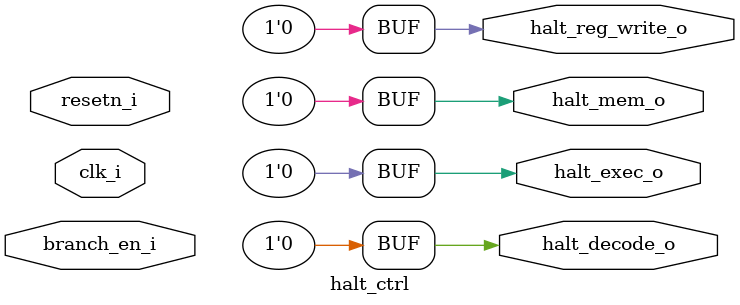
<source format=sv>

module halt_ctrl(
    // Input
    input     clk_i           ,
    input     resetn_i        ,
    input     branch_en_i     ,
    // Output
    output    halt_decode_o   ,
    output    halt_exec_o     ,
    output    halt_mem_o      ,
    output    halt_reg_write_o
);

//------------------------------------------------------------------------------
// Halt Control
//------------------------------------------------------------------------------

    logic [3:0] halt_pipe;

    always_ff @(posedge clk_i)
        begin
        if(!resetn_i)
            begin
            halt_pipe <= 'h0;
            end
        else
            begin
            halt_pipe <= {halt_pipe[2:0],branch_en_i};
            end
        end

//------------------------------------------------------------------------------
// Output
//------------------------------------------------------------------------------

    assign halt_decode_o    = 1'b0;//branch_en_i;
    assign halt_exec_o      = 1'b0;//branch_en_i  | halt_pipe[0];
    assign halt_mem_o       = 1'b0;//halt_pipe[0] | halt_pipe[1];
    assign halt_reg_write_o = 1'b0;//halt_pipe[1] | halt_pipe[2];

endmodule
</source>
